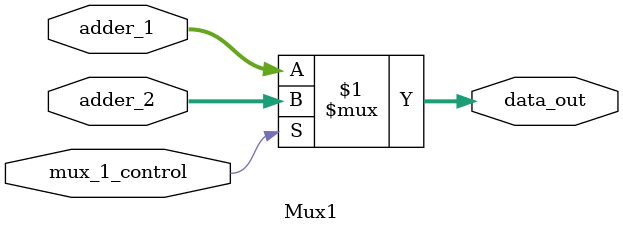
<source format=v>
`timescale 1ns / 1ps
module Mux1(
    input [31:0] adder_1,
    input [31:0] adder_2,
    input mux_1_control,
    output [31:0] data_out
    );

 assign data_out = (mux_1_control)? adder_2: adder_1;

endmodule

</source>
